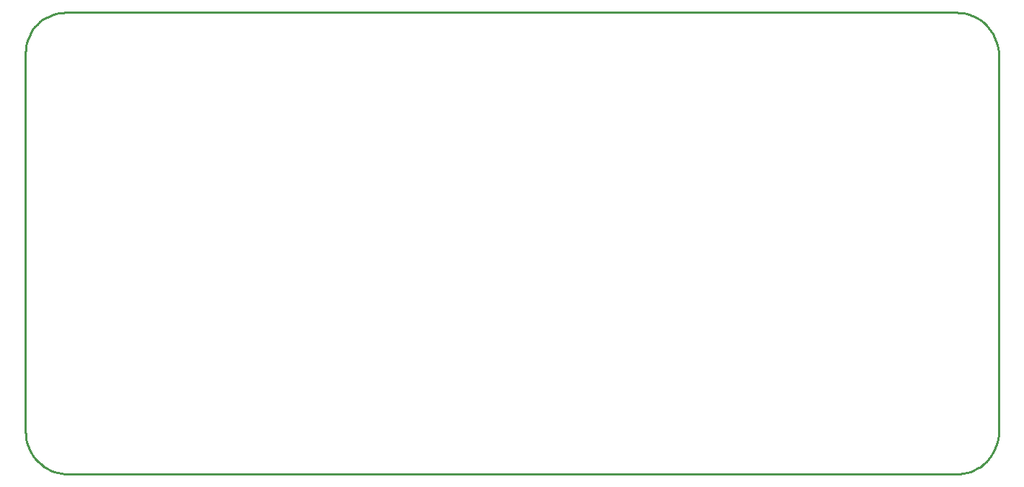
<source format=gbr>
G04 EAGLE Gerber RS-274X export*
G75*
%MOMM*%
%FSLAX34Y34*%
%LPD*%
%IN*%
%IPPOS*%
%AMOC8*
5,1,8,0,0,1.08239X$1,22.5*%
G01*
G04 Define Apertures*
%ADD10C,0.254000*%
D10*
X0Y50800D02*
X193Y46373D01*
X772Y41979D01*
X1731Y37652D01*
X3064Y33425D01*
X4760Y29331D01*
X6806Y25400D01*
X9187Y21662D01*
X11885Y18146D01*
X14879Y14879D01*
X18146Y11885D01*
X21662Y9187D01*
X25400Y6806D01*
X29331Y4760D01*
X33425Y3064D01*
X37652Y1731D01*
X41979Y772D01*
X46373Y193D01*
X50800Y0D01*
X1092000Y0D01*
X1096428Y193D01*
X1100821Y772D01*
X1105148Y1731D01*
X1109375Y3064D01*
X1113469Y4760D01*
X1117400Y6806D01*
X1121138Y9187D01*
X1124654Y11885D01*
X1127921Y14879D01*
X1130915Y18146D01*
X1133613Y21662D01*
X1135994Y25400D01*
X1138040Y29331D01*
X1139736Y33425D01*
X1141069Y37652D01*
X1142028Y41979D01*
X1142607Y46373D01*
X1142800Y50800D01*
X1142800Y492200D01*
X1142607Y496610D01*
X1142031Y500987D01*
X1141076Y505296D01*
X1139748Y509506D01*
X1138059Y513584D01*
X1136021Y517500D01*
X1133649Y521223D01*
X1130962Y524725D01*
X1127980Y527980D01*
X1124725Y530962D01*
X1121223Y533649D01*
X1117500Y536021D01*
X1113584Y538059D01*
X1109506Y539748D01*
X1105296Y541076D01*
X1100987Y542031D01*
X1096610Y542607D01*
X1092200Y542800D01*
X47500Y542800D01*
X43360Y542619D01*
X39252Y542078D01*
X35206Y541181D01*
X31254Y539935D01*
X27426Y538350D01*
X23750Y536436D01*
X20255Y534210D01*
X16968Y531687D01*
X13912Y528888D01*
X11113Y525832D01*
X8590Y522545D01*
X6364Y519050D01*
X4450Y515374D01*
X2865Y511546D01*
X1619Y507594D01*
X722Y503548D01*
X181Y499440D01*
X0Y495300D01*
X0Y50800D01*
M02*

</source>
